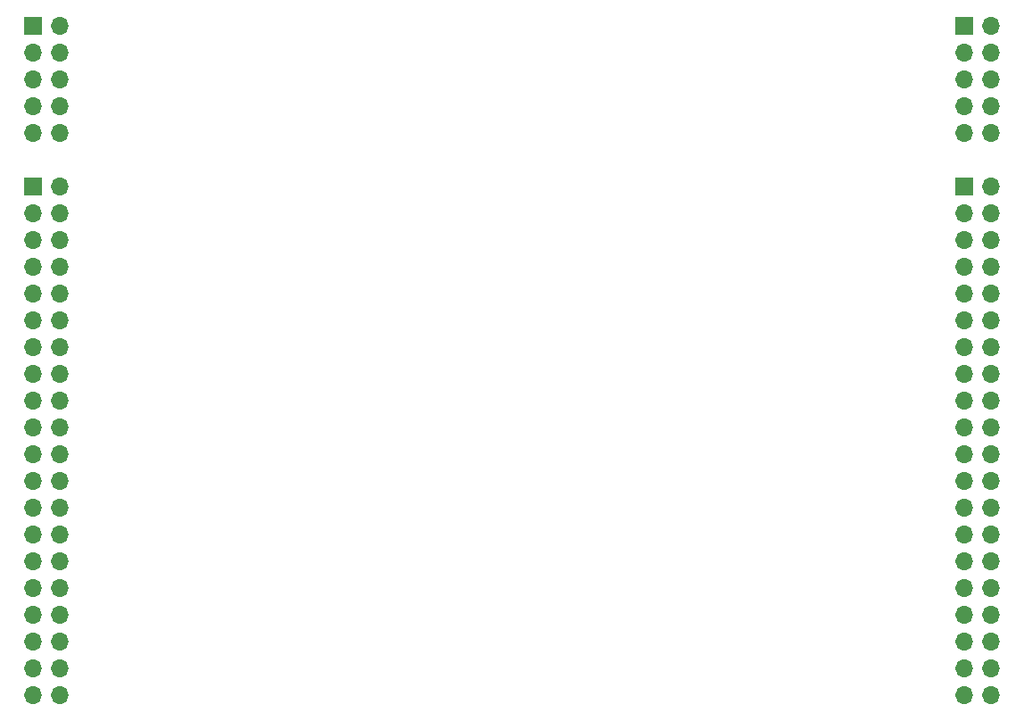
<source format=gbr>
%TF.GenerationSoftware,KiCad,Pcbnew,(6.0.4)*%
%TF.CreationDate,2022-06-04T07:03:01+03:00*%
%TF.ProjectId,Extension,45787465-6e73-4696-9f6e-2e6b69636164,rev?*%
%TF.SameCoordinates,Original*%
%TF.FileFunction,Soldermask,Top*%
%TF.FilePolarity,Negative*%
%FSLAX46Y46*%
G04 Gerber Fmt 4.6, Leading zero omitted, Abs format (unit mm)*
G04 Created by KiCad (PCBNEW (6.0.4)) date 2022-06-04 07:03:01*
%MOMM*%
%LPD*%
G01*
G04 APERTURE LIST*
%ADD10R,1.700000X1.700000*%
%ADD11O,1.700000X1.700000*%
G04 APERTURE END LIST*
D10*
%TO.C,J3*%
X187955000Y-59060000D03*
D11*
X190495000Y-59060000D03*
X187955000Y-61600000D03*
X190495000Y-61600000D03*
X187955000Y-64140000D03*
X190495000Y-64140000D03*
X187955000Y-66680000D03*
X190495000Y-66680000D03*
X187955000Y-69220000D03*
X190495000Y-69220000D03*
%TD*%
D10*
%TO.C,J4*%
X187960000Y-74295000D03*
D11*
X190500000Y-74295000D03*
X187960000Y-76835000D03*
X190500000Y-76835000D03*
X187960000Y-79375000D03*
X190500000Y-79375000D03*
X187960000Y-81915000D03*
X190500000Y-81915000D03*
X187960000Y-84455000D03*
X190500000Y-84455000D03*
X187960000Y-86995000D03*
X190500000Y-86995000D03*
X187960000Y-89535000D03*
X190500000Y-89535000D03*
X187960000Y-92075000D03*
X190500000Y-92075000D03*
X187960000Y-94615000D03*
X190500000Y-94615000D03*
X187960000Y-97155000D03*
X190500000Y-97155000D03*
X187960000Y-99695000D03*
X190500000Y-99695000D03*
X187960000Y-102235000D03*
X190500000Y-102235000D03*
X187960000Y-104775000D03*
X190500000Y-104775000D03*
X187960000Y-107315000D03*
X190500000Y-107315000D03*
X187960000Y-109855000D03*
X190500000Y-109855000D03*
X187960000Y-112395000D03*
X190500000Y-112395000D03*
X187960000Y-114935000D03*
X190500000Y-114935000D03*
X187960000Y-117475000D03*
X190500000Y-117475000D03*
X187960000Y-120015000D03*
X190500000Y-120015000D03*
X187960000Y-122555000D03*
X190500000Y-122555000D03*
%TD*%
D10*
%TO.C,J2*%
X99695000Y-74295000D03*
D11*
X102235000Y-74295000D03*
X99695000Y-76835000D03*
X102235000Y-76835000D03*
X99695000Y-79375000D03*
X102235000Y-79375000D03*
X99695000Y-81915000D03*
X102235000Y-81915000D03*
X99695000Y-84455000D03*
X102235000Y-84455000D03*
X99695000Y-86995000D03*
X102235000Y-86995000D03*
X99695000Y-89535000D03*
X102235000Y-89535000D03*
X99695000Y-92075000D03*
X102235000Y-92075000D03*
X99695000Y-94615000D03*
X102235000Y-94615000D03*
X99695000Y-97155000D03*
X102235000Y-97155000D03*
X99695000Y-99695000D03*
X102235000Y-99695000D03*
X99695000Y-102235000D03*
X102235000Y-102235000D03*
X99695000Y-104775000D03*
X102235000Y-104775000D03*
X99695000Y-107315000D03*
X102235000Y-107315000D03*
X99695000Y-109855000D03*
X102235000Y-109855000D03*
X99695000Y-112395000D03*
X102235000Y-112395000D03*
X99695000Y-114935000D03*
X102235000Y-114935000D03*
X99695000Y-117475000D03*
X102235000Y-117475000D03*
X99695000Y-120015000D03*
X102235000Y-120015000D03*
X99695000Y-122555000D03*
X102235000Y-122555000D03*
%TD*%
D10*
%TO.C,J1*%
X99690000Y-59060000D03*
D11*
X102230000Y-59060000D03*
X99690000Y-61600000D03*
X102230000Y-61600000D03*
X99690000Y-64140000D03*
X102230000Y-64140000D03*
X99690000Y-66680000D03*
X102230000Y-66680000D03*
X99690000Y-69220000D03*
X102230000Y-69220000D03*
%TD*%
M02*

</source>
